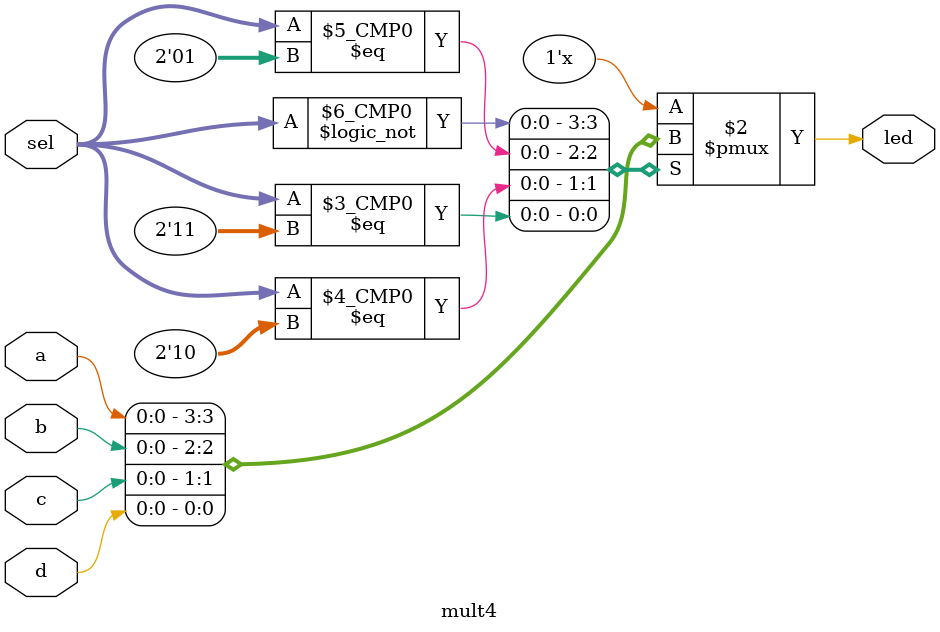
<source format=v>

module mult4
(
input wire a,           //定义四位输入
input wire b,
input wire c,
input wire d,
input wire [1:0]  sel,  //定义输出的选择变量
output reg  led    	   //定义选择器输出结果对应的led
);

always@(sel)           //根据sel结果选择输出，当sel变化时执行
	begin
		case(sel)
			2'b00: led = a;
			2'b01: led = b;
			2'b10: led = c;
			2'b11: led = d;
		endcase
	end

endmodule

</source>
